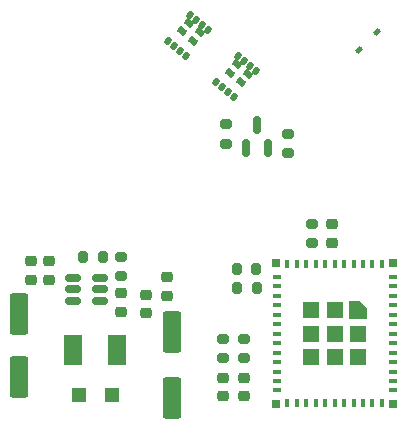
<source format=gbr>
%TF.GenerationSoftware,KiCad,Pcbnew,7.0.7*%
%TF.CreationDate,2023-09-08T11:43:04+10:00*%
%TF.ProjectId,JonoBro,4a6f6e6f-4272-46f2-9e6b-696361645f70,rev?*%
%TF.SameCoordinates,Original*%
%TF.FileFunction,Paste,Top*%
%TF.FilePolarity,Positive*%
%FSLAX46Y46*%
G04 Gerber Fmt 4.6, Leading zero omitted, Abs format (unit mm)*
G04 Created by KiCad (PCBNEW 7.0.7) date 2023-09-08 11:43:04*
%MOMM*%
%LPD*%
G01*
G04 APERTURE LIST*
G04 Aperture macros list*
%AMRoundRect*
0 Rectangle with rounded corners*
0 $1 Rounding radius*
0 $2 $3 $4 $5 $6 $7 $8 $9 X,Y pos of 4 corners*
0 Add a 4 corners polygon primitive as box body*
4,1,4,$2,$3,$4,$5,$6,$7,$8,$9,$2,$3,0*
0 Add four circle primitives for the rounded corners*
1,1,$1+$1,$2,$3*
1,1,$1+$1,$4,$5*
1,1,$1+$1,$6,$7*
1,1,$1+$1,$8,$9*
0 Add four rect primitives between the rounded corners*
20,1,$1+$1,$2,$3,$4,$5,0*
20,1,$1+$1,$4,$5,$6,$7,0*
20,1,$1+$1,$6,$7,$8,$9,0*
20,1,$1+$1,$8,$9,$2,$3,0*%
%AMRotRect*
0 Rectangle, with rotation*
0 The origin of the aperture is its center*
0 $1 length*
0 $2 width*
0 $3 Rotation angle, in degrees counterclockwise*
0 Add horizontal line*
21,1,$1,$2,0,0,$3*%
%AMFreePoly0*
4,1,6,0.725000,-0.725000,-0.725000,-0.725000,-0.725000,0.125000,-0.125000,0.725000,0.725000,0.725000,0.725000,-0.725000,0.725000,-0.725000,$1*%
G04 Aperture macros list end*
%ADD10RoundRect,0.200000X0.275000X-0.200000X0.275000X0.200000X-0.275000X0.200000X-0.275000X-0.200000X0*%
%ADD11RoundRect,0.225000X0.250000X-0.225000X0.250000X0.225000X-0.250000X0.225000X-0.250000X-0.225000X0*%
%ADD12RoundRect,0.218750X0.256250X-0.218750X0.256250X0.218750X-0.256250X0.218750X-0.256250X-0.218750X0*%
%ADD13RoundRect,0.200000X-0.275000X0.200000X-0.275000X-0.200000X0.275000X-0.200000X0.275000X0.200000X0*%
%ADD14RoundRect,0.200000X-0.200000X-0.275000X0.200000X-0.275000X0.200000X0.275000X-0.200000X0.275000X0*%
%ADD15RoundRect,0.250000X-0.550000X1.500000X-0.550000X-1.500000X0.550000X-1.500000X0.550000X1.500000X0*%
%ADD16R,1.200000X1.200000*%
%ADD17RotRect,0.570000X0.738000X50.000000*%
%ADD18RotRect,0.630000X0.505000X50.000000*%
%ADD19RotRect,0.630000X0.500000X50.000000*%
%ADD20RoundRect,0.112500X0.053033X0.212132X-0.212132X-0.053033X-0.053033X-0.212132X0.212132X0.053033X0*%
%ADD21R,0.400000X0.800000*%
%ADD22R,0.800000X0.400000*%
%ADD23FreePoly0,270.000000*%
%ADD24R,1.450000X1.450000*%
%ADD25R,0.700000X0.700000*%
%ADD26RoundRect,0.200000X0.200000X0.275000X-0.200000X0.275000X-0.200000X-0.275000X0.200000X-0.275000X0*%
%ADD27RoundRect,0.225000X-0.250000X0.225000X-0.250000X-0.225000X0.250000X-0.225000X0.250000X0.225000X0*%
%ADD28RoundRect,0.150000X0.150000X-0.587500X0.150000X0.587500X-0.150000X0.587500X-0.150000X-0.587500X0*%
%ADD29RoundRect,0.150000X0.512500X0.150000X-0.512500X0.150000X-0.512500X-0.150000X0.512500X-0.150000X0*%
%ADD30R,1.500000X2.500000*%
G04 APERTURE END LIST*
D10*
%TO.C,R8*%
X141088353Y-93678731D03*
X141088353Y-92028731D03*
%TD*%
D11*
%TO.C,C7*%
X134289908Y-108024973D03*
X134289908Y-106474973D03*
%TD*%
D12*
%TO.C,D2*%
X140838353Y-115041231D03*
X140838353Y-113466231D03*
%TD*%
D10*
%TO.C,R1*%
X132162395Y-104882780D03*
X132162395Y-103232780D03*
%TD*%
%TO.C,R6*%
X142588353Y-111828731D03*
X142588353Y-110178731D03*
%TD*%
D13*
%TO.C,R9*%
X146288353Y-92828731D03*
X146288353Y-94478731D03*
%TD*%
D14*
%TO.C,R7*%
X142013353Y-104253731D03*
X143663353Y-104253731D03*
%TD*%
D15*
%TO.C,C5*%
X136467663Y-109600687D03*
X136467663Y-115200687D03*
%TD*%
%TO.C,C1*%
X123567663Y-108053731D03*
X123567663Y-113453731D03*
%TD*%
D12*
%TO.C,D3*%
X142588353Y-115041231D03*
X142588353Y-113466231D03*
%TD*%
D11*
%TO.C,C8*%
X150088353Y-102028731D03*
X150088353Y-100478731D03*
%TD*%
D16*
%TO.C,D1*%
X128640199Y-114928152D03*
X131440199Y-114928152D03*
%TD*%
D10*
%TO.C,R3*%
X140838353Y-111828731D03*
X140838353Y-110178731D03*
%TD*%
D17*
%TO.C,Q3*%
X141393290Y-87668086D03*
X142327864Y-88452286D03*
X142003938Y-86940343D03*
X142938512Y-87724544D03*
D18*
X142099064Y-86263027D03*
D19*
X142591247Y-86676018D03*
X143096837Y-87100258D03*
D18*
X143589020Y-87513249D03*
D19*
X140249751Y-88470842D03*
X140740019Y-88882226D03*
X141245609Y-89306466D03*
X141735877Y-89717850D03*
%TD*%
D11*
%TO.C,C3*%
X126067663Y-105175687D03*
X126067663Y-103625687D03*
%TD*%
D10*
%TO.C,R5*%
X148400825Y-102078731D03*
X148400825Y-100428731D03*
%TD*%
D20*
%TO.C,D4*%
X153838507Y-84230679D03*
X152353583Y-85715603D03*
%TD*%
D21*
%TO.C,U2*%
X154282962Y-103849122D03*
X153482962Y-103849122D03*
X152682962Y-103849122D03*
X151882962Y-103849122D03*
X151082962Y-103849122D03*
X150282962Y-103849122D03*
X149482962Y-103849122D03*
X148682962Y-103849122D03*
X147882962Y-103849122D03*
X147082962Y-103849122D03*
X146282962Y-103849122D03*
D22*
X145382962Y-104949122D03*
X145382962Y-105749122D03*
X145382962Y-106549122D03*
X145382962Y-107349122D03*
X145382962Y-108149122D03*
X145382962Y-108949122D03*
X145382962Y-109749122D03*
X145382962Y-110549122D03*
X145382962Y-111349122D03*
X145382962Y-112149122D03*
X145382962Y-112949122D03*
X145382962Y-113749122D03*
X145382962Y-114549122D03*
D21*
X146282962Y-115649122D03*
X147082962Y-115649122D03*
X147882962Y-115649122D03*
X148682962Y-115649122D03*
X149482962Y-115649122D03*
X150282962Y-115649122D03*
X151082962Y-115649122D03*
X151882962Y-115649122D03*
X152682962Y-115649122D03*
X153482962Y-115649122D03*
X154282962Y-115649122D03*
D22*
X155182962Y-114549122D03*
X155182962Y-113749122D03*
X155182962Y-112949122D03*
X155182962Y-112149122D03*
X155182962Y-111349122D03*
X155182962Y-110549122D03*
X155182962Y-109749122D03*
X155182962Y-108949122D03*
X155182962Y-108149122D03*
X155182962Y-107349122D03*
X155182962Y-106549122D03*
X155182962Y-105749122D03*
X155182962Y-104949122D03*
D23*
X152257962Y-107774122D03*
D24*
X150282962Y-107774122D03*
X148307962Y-107774122D03*
X152257962Y-109749122D03*
X150282962Y-109749122D03*
X148307962Y-109749122D03*
X152257962Y-111724122D03*
X150282962Y-111724122D03*
X148307962Y-111724122D03*
D25*
X155232962Y-115699122D03*
X145332962Y-115699122D03*
X145332962Y-103799122D03*
X155232962Y-103799122D03*
%TD*%
D26*
%TO.C,R2*%
X130653448Y-103278427D03*
X129003448Y-103278427D03*
%TD*%
D27*
%TO.C,C4*%
X132167663Y-106325687D03*
X132167663Y-107875687D03*
%TD*%
D28*
%TO.C,Q2*%
X142738353Y-93991231D03*
X144638353Y-93991231D03*
X143688353Y-92116231D03*
%TD*%
D29*
%TO.C,U1*%
X130405126Y-106946096D03*
X130405126Y-105996096D03*
X130405126Y-105046096D03*
X128130126Y-105046096D03*
X128130126Y-105996096D03*
X128130126Y-106946096D03*
%TD*%
D11*
%TO.C,C6*%
X136088353Y-106528731D03*
X136088353Y-104978731D03*
%TD*%
D30*
%TO.C,L1*%
X128117663Y-111100687D03*
X131817663Y-111100687D03*
%TD*%
D11*
%TO.C,C2*%
X124567663Y-105175687D03*
X124567663Y-103625687D03*
%TD*%
D14*
%TO.C,R4*%
X142021646Y-105871537D03*
X143671646Y-105871537D03*
%TD*%
D17*
%TO.C,Q1*%
X137343752Y-84147649D03*
X138278326Y-84931849D03*
X137954400Y-83419906D03*
X138888974Y-84204107D03*
D18*
X138049526Y-82742590D03*
D19*
X138541709Y-83155581D03*
X139047299Y-83579821D03*
D18*
X139539482Y-83992812D03*
D19*
X136200213Y-84950405D03*
X136690481Y-85361789D03*
X137196071Y-85786029D03*
X137686339Y-86197413D03*
%TD*%
M02*

</source>
